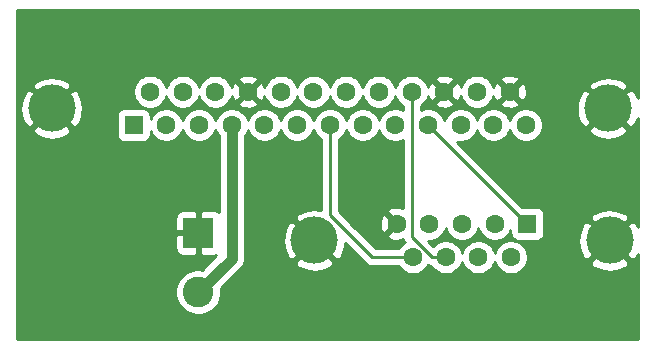
<source format=gbr>
G04 #@! TF.GenerationSoftware,KiCad,Pcbnew,5.1.5-52549c5~84~ubuntu18.04.1*
G04 #@! TF.CreationDate,2020-02-12T19:06:33-05:00*
G04 #@! TF.ProjectId,a3la_db25_to_db9,61336c61-5f64-4623-9235-5f746f5f6462,1*
G04 #@! TF.SameCoordinates,Original*
G04 #@! TF.FileFunction,Copper,L1,Top*
G04 #@! TF.FilePolarity,Positive*
%FSLAX46Y46*%
G04 Gerber Fmt 4.6, Leading zero omitted, Abs format (unit mm)*
G04 Created by KiCad (PCBNEW 5.1.5-52549c5~84~ubuntu18.04.1) date 2020-02-12 19:06:33*
%MOMM*%
%LPD*%
G04 APERTURE LIST*
%ADD10R,2.600000X2.600000*%
%ADD11C,2.600000*%
%ADD12R,1.600000X1.600000*%
%ADD13C,1.600000*%
%ADD14C,4.000000*%
%ADD15C,0.250000*%
%ADD16C,0.950000*%
%ADD17C,0.254000*%
G04 APERTURE END LIST*
D10*
X122428000Y-87630000D03*
D11*
X122428000Y-92630000D03*
D12*
X150293988Y-86846526D03*
D13*
X147523988Y-86846526D03*
X144753988Y-86846526D03*
X141983988Y-86846526D03*
X139213988Y-86846526D03*
X148908988Y-89686526D03*
X146138988Y-89686526D03*
X143368988Y-89686526D03*
X140598988Y-89686526D03*
D14*
X132253988Y-88266526D03*
X157253988Y-88266526D03*
D12*
X116945322Y-78496860D03*
D13*
X119715322Y-78496860D03*
X122485322Y-78496860D03*
X125255322Y-78496860D03*
X128025322Y-78496860D03*
X130795322Y-78496860D03*
X133565322Y-78496860D03*
X136335322Y-78496860D03*
X139105322Y-78496860D03*
X141875322Y-78496860D03*
X144645322Y-78496860D03*
X147415322Y-78496860D03*
X150185322Y-78496860D03*
X118330322Y-75656860D03*
X121100322Y-75656860D03*
X123870322Y-75656860D03*
X126640322Y-75656860D03*
X129410322Y-75656860D03*
X132180322Y-75656860D03*
X134950322Y-75656860D03*
X137720322Y-75656860D03*
X140490322Y-75656860D03*
X143260322Y-75656860D03*
X146030322Y-75656860D03*
X148800322Y-75656860D03*
D14*
X157115322Y-77076860D03*
X110015322Y-77076860D03*
D15*
X150224988Y-86846526D02*
X150293988Y-86846526D01*
X141875322Y-78496860D02*
X150224988Y-86846526D01*
X140490322Y-76788230D02*
X140490322Y-75656860D01*
X142237618Y-89686526D02*
X140490322Y-87939230D01*
X140490322Y-87939230D02*
X140490322Y-76788230D01*
X143368988Y-89686526D02*
X142237618Y-89686526D01*
X140598988Y-89686526D02*
X137134628Y-89686526D01*
X133565322Y-86117220D02*
X133565322Y-78496860D01*
X137134628Y-89686526D02*
X133565322Y-86117220D01*
D16*
X125255322Y-89802678D02*
X122428000Y-92630000D01*
X125255322Y-78496860D02*
X125255322Y-89802678D01*
D17*
G36*
X159614000Y-76238569D02*
G01*
X159552601Y-76042334D01*
X159329580Y-75625088D01*
X158962821Y-75408966D01*
X157294927Y-77076860D01*
X158962821Y-78744754D01*
X159329580Y-78528632D01*
X159570260Y-78068755D01*
X159614000Y-77919904D01*
X159614001Y-87087444D01*
X159468246Y-86814754D01*
X159101487Y-86598632D01*
X157433593Y-88266526D01*
X159101487Y-89934420D01*
X159468246Y-89718298D01*
X159614001Y-89439799D01*
X159614001Y-96622000D01*
X107086000Y-96622000D01*
X107086000Y-88930000D01*
X120489928Y-88930000D01*
X120502188Y-89054482D01*
X120538498Y-89174180D01*
X120597463Y-89284494D01*
X120676815Y-89381185D01*
X120773506Y-89460537D01*
X120883820Y-89519502D01*
X121003518Y-89555812D01*
X121128000Y-89568072D01*
X122142250Y-89565000D01*
X122301000Y-89406250D01*
X122301000Y-87757000D01*
X120651750Y-87757000D01*
X120493000Y-87915750D01*
X120489928Y-88930000D01*
X107086000Y-88930000D01*
X107086000Y-86330000D01*
X120489928Y-86330000D01*
X120493000Y-87344250D01*
X120651750Y-87503000D01*
X122301000Y-87503000D01*
X122301000Y-85853750D01*
X122142250Y-85695000D01*
X121128000Y-85691928D01*
X121003518Y-85704188D01*
X120883820Y-85740498D01*
X120773506Y-85799463D01*
X120676815Y-85878815D01*
X120597463Y-85975506D01*
X120538498Y-86085820D01*
X120502188Y-86205518D01*
X120489928Y-86330000D01*
X107086000Y-86330000D01*
X107086000Y-78924359D01*
X108347428Y-78924359D01*
X108563550Y-79291118D01*
X109023427Y-79531798D01*
X109521420Y-79678135D01*
X110038393Y-79724508D01*
X110554481Y-79669133D01*
X111049848Y-79514139D01*
X111467094Y-79291118D01*
X111683216Y-78924359D01*
X110015322Y-77256465D01*
X108347428Y-78924359D01*
X107086000Y-78924359D01*
X107086000Y-77099931D01*
X107367674Y-77099931D01*
X107423049Y-77616019D01*
X107578043Y-78111386D01*
X107801064Y-78528632D01*
X108167823Y-78744754D01*
X109835717Y-77076860D01*
X110194927Y-77076860D01*
X111862821Y-78744754D01*
X112229580Y-78528632D01*
X112470260Y-78068755D01*
X112579542Y-77696860D01*
X115507250Y-77696860D01*
X115507250Y-79296860D01*
X115519510Y-79421342D01*
X115555820Y-79541040D01*
X115614785Y-79651354D01*
X115694137Y-79748045D01*
X115790828Y-79827397D01*
X115901142Y-79886362D01*
X116020840Y-79922672D01*
X116145322Y-79934932D01*
X117745322Y-79934932D01*
X117869804Y-79922672D01*
X117989502Y-79886362D01*
X118099816Y-79827397D01*
X118196507Y-79748045D01*
X118275859Y-79651354D01*
X118334824Y-79541040D01*
X118371134Y-79421342D01*
X118383394Y-79296860D01*
X118383394Y-79031135D01*
X118443642Y-79176587D01*
X118600685Y-79411619D01*
X118800563Y-79611497D01*
X119035595Y-79768540D01*
X119296748Y-79876713D01*
X119573987Y-79931860D01*
X119856657Y-79931860D01*
X120133896Y-79876713D01*
X120395049Y-79768540D01*
X120630081Y-79611497D01*
X120829959Y-79411619D01*
X120987002Y-79176587D01*
X121095175Y-78915434D01*
X121100322Y-78889559D01*
X121105469Y-78915434D01*
X121213642Y-79176587D01*
X121370685Y-79411619D01*
X121570563Y-79611497D01*
X121805595Y-79768540D01*
X122066748Y-79876713D01*
X122343987Y-79931860D01*
X122626657Y-79931860D01*
X122903896Y-79876713D01*
X123165049Y-79768540D01*
X123400081Y-79611497D01*
X123599959Y-79411619D01*
X123757002Y-79176587D01*
X123865175Y-78915434D01*
X123870322Y-78889559D01*
X123875469Y-78915434D01*
X123983642Y-79176587D01*
X124140685Y-79411619D01*
X124145322Y-79416256D01*
X124145323Y-85851025D01*
X124082494Y-85799463D01*
X123972180Y-85740498D01*
X123852482Y-85704188D01*
X123728000Y-85691928D01*
X122713750Y-85695000D01*
X122555000Y-85853750D01*
X122555000Y-87503000D01*
X122575000Y-87503000D01*
X122575000Y-87757000D01*
X122555000Y-87757000D01*
X122555000Y-89406250D01*
X122713750Y-89565000D01*
X123728000Y-89568072D01*
X123852482Y-89555812D01*
X123967215Y-89521008D01*
X122764249Y-90723975D01*
X122618581Y-90695000D01*
X122237419Y-90695000D01*
X121863581Y-90769361D01*
X121511434Y-90915225D01*
X121194509Y-91126987D01*
X120924987Y-91396509D01*
X120713225Y-91713434D01*
X120567361Y-92065581D01*
X120493000Y-92439419D01*
X120493000Y-92820581D01*
X120567361Y-93194419D01*
X120713225Y-93546566D01*
X120924987Y-93863491D01*
X121194509Y-94133013D01*
X121511434Y-94344775D01*
X121863581Y-94490639D01*
X122237419Y-94565000D01*
X122618581Y-94565000D01*
X122992419Y-94490639D01*
X123344566Y-94344775D01*
X123661491Y-94133013D01*
X123931013Y-93863491D01*
X124142775Y-93546566D01*
X124288639Y-93194419D01*
X124363000Y-92820581D01*
X124363000Y-92439419D01*
X124334025Y-92293751D01*
X126001655Y-90626122D01*
X126044008Y-90591364D01*
X126182718Y-90422344D01*
X126285790Y-90229512D01*
X126320822Y-90114025D01*
X130586094Y-90114025D01*
X130802216Y-90480784D01*
X131262093Y-90721464D01*
X131760086Y-90867801D01*
X132277059Y-90914174D01*
X132793147Y-90858799D01*
X133288514Y-90703805D01*
X133705760Y-90480784D01*
X133921882Y-90114025D01*
X132253988Y-88446131D01*
X130586094Y-90114025D01*
X126320822Y-90114025D01*
X126349260Y-90020276D01*
X126365322Y-89857199D01*
X126365322Y-89857198D01*
X126370692Y-89802679D01*
X126365322Y-89748160D01*
X126365322Y-88289597D01*
X129606340Y-88289597D01*
X129661715Y-88805685D01*
X129816709Y-89301052D01*
X130039730Y-89718298D01*
X130406489Y-89934420D01*
X132074383Y-88266526D01*
X130406489Y-86598632D01*
X130039730Y-86814754D01*
X129799050Y-87274631D01*
X129652713Y-87772624D01*
X129606340Y-88289597D01*
X126365322Y-88289597D01*
X126365322Y-79416256D01*
X126369959Y-79411619D01*
X126527002Y-79176587D01*
X126635175Y-78915434D01*
X126640322Y-78889559D01*
X126645469Y-78915434D01*
X126753642Y-79176587D01*
X126910685Y-79411619D01*
X127110563Y-79611497D01*
X127345595Y-79768540D01*
X127606748Y-79876713D01*
X127883987Y-79931860D01*
X128166657Y-79931860D01*
X128443896Y-79876713D01*
X128705049Y-79768540D01*
X128940081Y-79611497D01*
X129139959Y-79411619D01*
X129297002Y-79176587D01*
X129405175Y-78915434D01*
X129410322Y-78889559D01*
X129415469Y-78915434D01*
X129523642Y-79176587D01*
X129680685Y-79411619D01*
X129880563Y-79611497D01*
X130115595Y-79768540D01*
X130376748Y-79876713D01*
X130653987Y-79931860D01*
X130936657Y-79931860D01*
X131213896Y-79876713D01*
X131475049Y-79768540D01*
X131710081Y-79611497D01*
X131909959Y-79411619D01*
X132067002Y-79176587D01*
X132175175Y-78915434D01*
X132180322Y-78889559D01*
X132185469Y-78915434D01*
X132293642Y-79176587D01*
X132450685Y-79411619D01*
X132650563Y-79611497D01*
X132805323Y-79714904D01*
X132805322Y-85682128D01*
X132747890Y-85665251D01*
X132230917Y-85618878D01*
X131714829Y-85674253D01*
X131219462Y-85829247D01*
X130802216Y-86052268D01*
X130586094Y-86419027D01*
X132253988Y-88086921D01*
X132268131Y-88072779D01*
X132447736Y-88252384D01*
X132433593Y-88266526D01*
X134101487Y-89934420D01*
X134468246Y-89718298D01*
X134708926Y-89258421D01*
X134855263Y-88760428D01*
X134878185Y-88504885D01*
X136570829Y-90197529D01*
X136594627Y-90226527D01*
X136623625Y-90250325D01*
X136710351Y-90321500D01*
X136842381Y-90392072D01*
X136985642Y-90435529D01*
X137097295Y-90446526D01*
X137097305Y-90446526D01*
X137134628Y-90450202D01*
X137171951Y-90446526D01*
X139380945Y-90446526D01*
X139484351Y-90601285D01*
X139684229Y-90801163D01*
X139919261Y-90958206D01*
X140180414Y-91066379D01*
X140457653Y-91121526D01*
X140740323Y-91121526D01*
X141017562Y-91066379D01*
X141278715Y-90958206D01*
X141513747Y-90801163D01*
X141713625Y-90601285D01*
X141870668Y-90366253D01*
X141875453Y-90354700D01*
X141945371Y-90392072D01*
X142088632Y-90435529D01*
X142147469Y-90441324D01*
X142254351Y-90601285D01*
X142454229Y-90801163D01*
X142689261Y-90958206D01*
X142950414Y-91066379D01*
X143227653Y-91121526D01*
X143510323Y-91121526D01*
X143787562Y-91066379D01*
X144048715Y-90958206D01*
X144283747Y-90801163D01*
X144483625Y-90601285D01*
X144640668Y-90366253D01*
X144748841Y-90105100D01*
X144753988Y-90079225D01*
X144759135Y-90105100D01*
X144867308Y-90366253D01*
X145024351Y-90601285D01*
X145224229Y-90801163D01*
X145459261Y-90958206D01*
X145720414Y-91066379D01*
X145997653Y-91121526D01*
X146280323Y-91121526D01*
X146557562Y-91066379D01*
X146818715Y-90958206D01*
X147053747Y-90801163D01*
X147253625Y-90601285D01*
X147410668Y-90366253D01*
X147518841Y-90105100D01*
X147523988Y-90079225D01*
X147529135Y-90105100D01*
X147637308Y-90366253D01*
X147794351Y-90601285D01*
X147994229Y-90801163D01*
X148229261Y-90958206D01*
X148490414Y-91066379D01*
X148767653Y-91121526D01*
X149050323Y-91121526D01*
X149327562Y-91066379D01*
X149588715Y-90958206D01*
X149823747Y-90801163D01*
X150023625Y-90601285D01*
X150180668Y-90366253D01*
X150285144Y-90114025D01*
X155586094Y-90114025D01*
X155802216Y-90480784D01*
X156262093Y-90721464D01*
X156760086Y-90867801D01*
X157277059Y-90914174D01*
X157793147Y-90858799D01*
X158288514Y-90703805D01*
X158705760Y-90480784D01*
X158921882Y-90114025D01*
X157253988Y-88446131D01*
X155586094Y-90114025D01*
X150285144Y-90114025D01*
X150288841Y-90105100D01*
X150343988Y-89827861D01*
X150343988Y-89545191D01*
X150288841Y-89267952D01*
X150180668Y-89006799D01*
X150023625Y-88771767D01*
X149823747Y-88571889D01*
X149588715Y-88414846D01*
X149327562Y-88306673D01*
X149241717Y-88289597D01*
X154606340Y-88289597D01*
X154661715Y-88805685D01*
X154816709Y-89301052D01*
X155039730Y-89718298D01*
X155406489Y-89934420D01*
X157074383Y-88266526D01*
X155406489Y-86598632D01*
X155039730Y-86814754D01*
X154799050Y-87274631D01*
X154652713Y-87772624D01*
X154606340Y-88289597D01*
X149241717Y-88289597D01*
X149050323Y-88251526D01*
X148767653Y-88251526D01*
X148490414Y-88306673D01*
X148229261Y-88414846D01*
X147994229Y-88571889D01*
X147794351Y-88771767D01*
X147637308Y-89006799D01*
X147529135Y-89267952D01*
X147523988Y-89293827D01*
X147518841Y-89267952D01*
X147410668Y-89006799D01*
X147253625Y-88771767D01*
X147053747Y-88571889D01*
X146818715Y-88414846D01*
X146557562Y-88306673D01*
X146280323Y-88251526D01*
X145997653Y-88251526D01*
X145720414Y-88306673D01*
X145459261Y-88414846D01*
X145224229Y-88571889D01*
X145024351Y-88771767D01*
X144867308Y-89006799D01*
X144759135Y-89267952D01*
X144753988Y-89293827D01*
X144748841Y-89267952D01*
X144640668Y-89006799D01*
X144483625Y-88771767D01*
X144283747Y-88571889D01*
X144048715Y-88414846D01*
X143787562Y-88306673D01*
X143510323Y-88251526D01*
X143227653Y-88251526D01*
X142950414Y-88306673D01*
X142689261Y-88414846D01*
X142454229Y-88571889D01*
X142326006Y-88700112D01*
X141907420Y-88281526D01*
X142125323Y-88281526D01*
X142402562Y-88226379D01*
X142663715Y-88118206D01*
X142898747Y-87961163D01*
X143098625Y-87761285D01*
X143255668Y-87526253D01*
X143363841Y-87265100D01*
X143368988Y-87239225D01*
X143374135Y-87265100D01*
X143482308Y-87526253D01*
X143639351Y-87761285D01*
X143839229Y-87961163D01*
X144074261Y-88118206D01*
X144335414Y-88226379D01*
X144612653Y-88281526D01*
X144895323Y-88281526D01*
X145172562Y-88226379D01*
X145433715Y-88118206D01*
X145668747Y-87961163D01*
X145868625Y-87761285D01*
X146025668Y-87526253D01*
X146133841Y-87265100D01*
X146138988Y-87239225D01*
X146144135Y-87265100D01*
X146252308Y-87526253D01*
X146409351Y-87761285D01*
X146609229Y-87961163D01*
X146844261Y-88118206D01*
X147105414Y-88226379D01*
X147382653Y-88281526D01*
X147665323Y-88281526D01*
X147942562Y-88226379D01*
X148203715Y-88118206D01*
X148438747Y-87961163D01*
X148638625Y-87761285D01*
X148795668Y-87526253D01*
X148855916Y-87380801D01*
X148855916Y-87646526D01*
X148868176Y-87771008D01*
X148904486Y-87890706D01*
X148963451Y-88001020D01*
X149042803Y-88097711D01*
X149139494Y-88177063D01*
X149249808Y-88236028D01*
X149369506Y-88272338D01*
X149493988Y-88284598D01*
X151093988Y-88284598D01*
X151218470Y-88272338D01*
X151338168Y-88236028D01*
X151448482Y-88177063D01*
X151545173Y-88097711D01*
X151624525Y-88001020D01*
X151683490Y-87890706D01*
X151719800Y-87771008D01*
X151732060Y-87646526D01*
X151732060Y-86419027D01*
X155586094Y-86419027D01*
X157253988Y-88086921D01*
X158921882Y-86419027D01*
X158705760Y-86052268D01*
X158245883Y-85811588D01*
X157747890Y-85665251D01*
X157230917Y-85618878D01*
X156714829Y-85674253D01*
X156219462Y-85829247D01*
X155802216Y-86052268D01*
X155586094Y-86419027D01*
X151732060Y-86419027D01*
X151732060Y-86046526D01*
X151719800Y-85922044D01*
X151683490Y-85802346D01*
X151624525Y-85692032D01*
X151545173Y-85595341D01*
X151448482Y-85515989D01*
X151338168Y-85457024D01*
X151218470Y-85420714D01*
X151093988Y-85408454D01*
X149861718Y-85408454D01*
X144355609Y-79902345D01*
X144503987Y-79931860D01*
X144786657Y-79931860D01*
X145063896Y-79876713D01*
X145325049Y-79768540D01*
X145560081Y-79611497D01*
X145759959Y-79411619D01*
X145917002Y-79176587D01*
X146025175Y-78915434D01*
X146030322Y-78889559D01*
X146035469Y-78915434D01*
X146143642Y-79176587D01*
X146300685Y-79411619D01*
X146500563Y-79611497D01*
X146735595Y-79768540D01*
X146996748Y-79876713D01*
X147273987Y-79931860D01*
X147556657Y-79931860D01*
X147833896Y-79876713D01*
X148095049Y-79768540D01*
X148330081Y-79611497D01*
X148529959Y-79411619D01*
X148687002Y-79176587D01*
X148795175Y-78915434D01*
X148800322Y-78889559D01*
X148805469Y-78915434D01*
X148913642Y-79176587D01*
X149070685Y-79411619D01*
X149270563Y-79611497D01*
X149505595Y-79768540D01*
X149766748Y-79876713D01*
X150043987Y-79931860D01*
X150326657Y-79931860D01*
X150603896Y-79876713D01*
X150865049Y-79768540D01*
X151100081Y-79611497D01*
X151299959Y-79411619D01*
X151457002Y-79176587D01*
X151561478Y-78924359D01*
X155447428Y-78924359D01*
X155663550Y-79291118D01*
X156123427Y-79531798D01*
X156621420Y-79678135D01*
X157138393Y-79724508D01*
X157654481Y-79669133D01*
X158149848Y-79514139D01*
X158567094Y-79291118D01*
X158783216Y-78924359D01*
X157115322Y-77256465D01*
X155447428Y-78924359D01*
X151561478Y-78924359D01*
X151565175Y-78915434D01*
X151620322Y-78638195D01*
X151620322Y-78355525D01*
X151565175Y-78078286D01*
X151457002Y-77817133D01*
X151299959Y-77582101D01*
X151100081Y-77382223D01*
X150865049Y-77225180D01*
X150603896Y-77117007D01*
X150518051Y-77099931D01*
X154467674Y-77099931D01*
X154523049Y-77616019D01*
X154678043Y-78111386D01*
X154901064Y-78528632D01*
X155267823Y-78744754D01*
X156935717Y-77076860D01*
X155267823Y-75408966D01*
X154901064Y-75625088D01*
X154660384Y-76084965D01*
X154514047Y-76582958D01*
X154467674Y-77099931D01*
X150518051Y-77099931D01*
X150326657Y-77061860D01*
X150043987Y-77061860D01*
X149766748Y-77117007D01*
X149505595Y-77225180D01*
X149270563Y-77382223D01*
X149070685Y-77582101D01*
X148913642Y-77817133D01*
X148805469Y-78078286D01*
X148800322Y-78104161D01*
X148795175Y-78078286D01*
X148687002Y-77817133D01*
X148529959Y-77582101D01*
X148330081Y-77382223D01*
X148095049Y-77225180D01*
X147833896Y-77117007D01*
X147556657Y-77061860D01*
X147273987Y-77061860D01*
X146996748Y-77117007D01*
X146735595Y-77225180D01*
X146500563Y-77382223D01*
X146300685Y-77582101D01*
X146143642Y-77817133D01*
X146035469Y-78078286D01*
X146030322Y-78104161D01*
X146025175Y-78078286D01*
X145917002Y-77817133D01*
X145759959Y-77582101D01*
X145560081Y-77382223D01*
X145325049Y-77225180D01*
X145063896Y-77117007D01*
X144786657Y-77061860D01*
X144503987Y-77061860D01*
X144226748Y-77117007D01*
X143965595Y-77225180D01*
X143730563Y-77382223D01*
X143530685Y-77582101D01*
X143373642Y-77817133D01*
X143265469Y-78078286D01*
X143260322Y-78104161D01*
X143255175Y-78078286D01*
X143147002Y-77817133D01*
X142989959Y-77582101D01*
X142790081Y-77382223D01*
X142555049Y-77225180D01*
X142293896Y-77117007D01*
X142016657Y-77061860D01*
X141733987Y-77061860D01*
X141456748Y-77117007D01*
X141250322Y-77202511D01*
X141250322Y-76874903D01*
X141405081Y-76771497D01*
X141527016Y-76649562D01*
X142447225Y-76649562D01*
X142518808Y-76893531D01*
X142774318Y-77014431D01*
X143048506Y-77083160D01*
X143330834Y-77097077D01*
X143610452Y-77055647D01*
X143876614Y-76960463D01*
X144001836Y-76893531D01*
X144073419Y-76649562D01*
X143260322Y-75836465D01*
X142447225Y-76649562D01*
X141527016Y-76649562D01*
X141604959Y-76571619D01*
X141762002Y-76336587D01*
X141870175Y-76075434D01*
X141875835Y-76046978D01*
X141956719Y-76273152D01*
X142023651Y-76398374D01*
X142267620Y-76469957D01*
X143080717Y-75656860D01*
X143439927Y-75656860D01*
X144253024Y-76469957D01*
X144496993Y-76398374D01*
X144617893Y-76142864D01*
X144643534Y-76040571D01*
X144650469Y-76075434D01*
X144758642Y-76336587D01*
X144915685Y-76571619D01*
X145115563Y-76771497D01*
X145350595Y-76928540D01*
X145611748Y-77036713D01*
X145888987Y-77091860D01*
X146171657Y-77091860D01*
X146448896Y-77036713D01*
X146710049Y-76928540D01*
X146945081Y-76771497D01*
X147067016Y-76649562D01*
X147987225Y-76649562D01*
X148058808Y-76893531D01*
X148314318Y-77014431D01*
X148588506Y-77083160D01*
X148870834Y-77097077D01*
X149150452Y-77055647D01*
X149416614Y-76960463D01*
X149541836Y-76893531D01*
X149613419Y-76649562D01*
X148800322Y-75836465D01*
X147987225Y-76649562D01*
X147067016Y-76649562D01*
X147144959Y-76571619D01*
X147302002Y-76336587D01*
X147410175Y-76075434D01*
X147415835Y-76046978D01*
X147496719Y-76273152D01*
X147563651Y-76398374D01*
X147807620Y-76469957D01*
X148620717Y-75656860D01*
X148979927Y-75656860D01*
X149793024Y-76469957D01*
X150036993Y-76398374D01*
X150157893Y-76142864D01*
X150226622Y-75868676D01*
X150240539Y-75586348D01*
X150199109Y-75306730D01*
X150171441Y-75229361D01*
X155447428Y-75229361D01*
X157115322Y-76897255D01*
X158783216Y-75229361D01*
X158567094Y-74862602D01*
X158107217Y-74621922D01*
X157609224Y-74475585D01*
X157092251Y-74429212D01*
X156576163Y-74484587D01*
X156080796Y-74639581D01*
X155663550Y-74862602D01*
X155447428Y-75229361D01*
X150171441Y-75229361D01*
X150103925Y-75040568D01*
X150036993Y-74915346D01*
X149793024Y-74843763D01*
X148979927Y-75656860D01*
X148620717Y-75656860D01*
X147807620Y-74843763D01*
X147563651Y-74915346D01*
X147442751Y-75170856D01*
X147417110Y-75273149D01*
X147410175Y-75238286D01*
X147302002Y-74977133D01*
X147144959Y-74742101D01*
X147067016Y-74664158D01*
X147987225Y-74664158D01*
X148800322Y-75477255D01*
X149613419Y-74664158D01*
X149541836Y-74420189D01*
X149286326Y-74299289D01*
X149012138Y-74230560D01*
X148729810Y-74216643D01*
X148450192Y-74258073D01*
X148184030Y-74353257D01*
X148058808Y-74420189D01*
X147987225Y-74664158D01*
X147067016Y-74664158D01*
X146945081Y-74542223D01*
X146710049Y-74385180D01*
X146448896Y-74277007D01*
X146171657Y-74221860D01*
X145888987Y-74221860D01*
X145611748Y-74277007D01*
X145350595Y-74385180D01*
X145115563Y-74542223D01*
X144915685Y-74742101D01*
X144758642Y-74977133D01*
X144650469Y-75238286D01*
X144644809Y-75266742D01*
X144563925Y-75040568D01*
X144496993Y-74915346D01*
X144253024Y-74843763D01*
X143439927Y-75656860D01*
X143080717Y-75656860D01*
X142267620Y-74843763D01*
X142023651Y-74915346D01*
X141902751Y-75170856D01*
X141877110Y-75273149D01*
X141870175Y-75238286D01*
X141762002Y-74977133D01*
X141604959Y-74742101D01*
X141527016Y-74664158D01*
X142447225Y-74664158D01*
X143260322Y-75477255D01*
X144073419Y-74664158D01*
X144001836Y-74420189D01*
X143746326Y-74299289D01*
X143472138Y-74230560D01*
X143189810Y-74216643D01*
X142910192Y-74258073D01*
X142644030Y-74353257D01*
X142518808Y-74420189D01*
X142447225Y-74664158D01*
X141527016Y-74664158D01*
X141405081Y-74542223D01*
X141170049Y-74385180D01*
X140908896Y-74277007D01*
X140631657Y-74221860D01*
X140348987Y-74221860D01*
X140071748Y-74277007D01*
X139810595Y-74385180D01*
X139575563Y-74542223D01*
X139375685Y-74742101D01*
X139218642Y-74977133D01*
X139110469Y-75238286D01*
X139105322Y-75264161D01*
X139100175Y-75238286D01*
X138992002Y-74977133D01*
X138834959Y-74742101D01*
X138635081Y-74542223D01*
X138400049Y-74385180D01*
X138138896Y-74277007D01*
X137861657Y-74221860D01*
X137578987Y-74221860D01*
X137301748Y-74277007D01*
X137040595Y-74385180D01*
X136805563Y-74542223D01*
X136605685Y-74742101D01*
X136448642Y-74977133D01*
X136340469Y-75238286D01*
X136335322Y-75264161D01*
X136330175Y-75238286D01*
X136222002Y-74977133D01*
X136064959Y-74742101D01*
X135865081Y-74542223D01*
X135630049Y-74385180D01*
X135368896Y-74277007D01*
X135091657Y-74221860D01*
X134808987Y-74221860D01*
X134531748Y-74277007D01*
X134270595Y-74385180D01*
X134035563Y-74542223D01*
X133835685Y-74742101D01*
X133678642Y-74977133D01*
X133570469Y-75238286D01*
X133565322Y-75264161D01*
X133560175Y-75238286D01*
X133452002Y-74977133D01*
X133294959Y-74742101D01*
X133095081Y-74542223D01*
X132860049Y-74385180D01*
X132598896Y-74277007D01*
X132321657Y-74221860D01*
X132038987Y-74221860D01*
X131761748Y-74277007D01*
X131500595Y-74385180D01*
X131265563Y-74542223D01*
X131065685Y-74742101D01*
X130908642Y-74977133D01*
X130800469Y-75238286D01*
X130795322Y-75264161D01*
X130790175Y-75238286D01*
X130682002Y-74977133D01*
X130524959Y-74742101D01*
X130325081Y-74542223D01*
X130090049Y-74385180D01*
X129828896Y-74277007D01*
X129551657Y-74221860D01*
X129268987Y-74221860D01*
X128991748Y-74277007D01*
X128730595Y-74385180D01*
X128495563Y-74542223D01*
X128295685Y-74742101D01*
X128138642Y-74977133D01*
X128030469Y-75238286D01*
X128024809Y-75266742D01*
X127943925Y-75040568D01*
X127876993Y-74915346D01*
X127633024Y-74843763D01*
X126819927Y-75656860D01*
X127633024Y-76469957D01*
X127876993Y-76398374D01*
X127997893Y-76142864D01*
X128023534Y-76040571D01*
X128030469Y-76075434D01*
X128138642Y-76336587D01*
X128295685Y-76571619D01*
X128495563Y-76771497D01*
X128730595Y-76928540D01*
X128991748Y-77036713D01*
X129268987Y-77091860D01*
X129551657Y-77091860D01*
X129828896Y-77036713D01*
X130090049Y-76928540D01*
X130325081Y-76771497D01*
X130524959Y-76571619D01*
X130682002Y-76336587D01*
X130790175Y-76075434D01*
X130795322Y-76049559D01*
X130800469Y-76075434D01*
X130908642Y-76336587D01*
X131065685Y-76571619D01*
X131265563Y-76771497D01*
X131500595Y-76928540D01*
X131761748Y-77036713D01*
X132038987Y-77091860D01*
X132321657Y-77091860D01*
X132598896Y-77036713D01*
X132860049Y-76928540D01*
X133095081Y-76771497D01*
X133294959Y-76571619D01*
X133452002Y-76336587D01*
X133560175Y-76075434D01*
X133565322Y-76049559D01*
X133570469Y-76075434D01*
X133678642Y-76336587D01*
X133835685Y-76571619D01*
X134035563Y-76771497D01*
X134270595Y-76928540D01*
X134531748Y-77036713D01*
X134808987Y-77091860D01*
X135091657Y-77091860D01*
X135368896Y-77036713D01*
X135630049Y-76928540D01*
X135865081Y-76771497D01*
X136064959Y-76571619D01*
X136222002Y-76336587D01*
X136330175Y-76075434D01*
X136335322Y-76049559D01*
X136340469Y-76075434D01*
X136448642Y-76336587D01*
X136605685Y-76571619D01*
X136805563Y-76771497D01*
X137040595Y-76928540D01*
X137301748Y-77036713D01*
X137578987Y-77091860D01*
X137861657Y-77091860D01*
X138138896Y-77036713D01*
X138400049Y-76928540D01*
X138635081Y-76771497D01*
X138834959Y-76571619D01*
X138992002Y-76336587D01*
X139100175Y-76075434D01*
X139105322Y-76049559D01*
X139110469Y-76075434D01*
X139218642Y-76336587D01*
X139375685Y-76571619D01*
X139575563Y-76771497D01*
X139730323Y-76874904D01*
X139730323Y-77202512D01*
X139523896Y-77117007D01*
X139246657Y-77061860D01*
X138963987Y-77061860D01*
X138686748Y-77117007D01*
X138425595Y-77225180D01*
X138190563Y-77382223D01*
X137990685Y-77582101D01*
X137833642Y-77817133D01*
X137725469Y-78078286D01*
X137720322Y-78104161D01*
X137715175Y-78078286D01*
X137607002Y-77817133D01*
X137449959Y-77582101D01*
X137250081Y-77382223D01*
X137015049Y-77225180D01*
X136753896Y-77117007D01*
X136476657Y-77061860D01*
X136193987Y-77061860D01*
X135916748Y-77117007D01*
X135655595Y-77225180D01*
X135420563Y-77382223D01*
X135220685Y-77582101D01*
X135063642Y-77817133D01*
X134955469Y-78078286D01*
X134950322Y-78104161D01*
X134945175Y-78078286D01*
X134837002Y-77817133D01*
X134679959Y-77582101D01*
X134480081Y-77382223D01*
X134245049Y-77225180D01*
X133983896Y-77117007D01*
X133706657Y-77061860D01*
X133423987Y-77061860D01*
X133146748Y-77117007D01*
X132885595Y-77225180D01*
X132650563Y-77382223D01*
X132450685Y-77582101D01*
X132293642Y-77817133D01*
X132185469Y-78078286D01*
X132180322Y-78104161D01*
X132175175Y-78078286D01*
X132067002Y-77817133D01*
X131909959Y-77582101D01*
X131710081Y-77382223D01*
X131475049Y-77225180D01*
X131213896Y-77117007D01*
X130936657Y-77061860D01*
X130653987Y-77061860D01*
X130376748Y-77117007D01*
X130115595Y-77225180D01*
X129880563Y-77382223D01*
X129680685Y-77582101D01*
X129523642Y-77817133D01*
X129415469Y-78078286D01*
X129410322Y-78104161D01*
X129405175Y-78078286D01*
X129297002Y-77817133D01*
X129139959Y-77582101D01*
X128940081Y-77382223D01*
X128705049Y-77225180D01*
X128443896Y-77117007D01*
X128166657Y-77061860D01*
X127883987Y-77061860D01*
X127606748Y-77117007D01*
X127345595Y-77225180D01*
X127110563Y-77382223D01*
X126910685Y-77582101D01*
X126753642Y-77817133D01*
X126645469Y-78078286D01*
X126640322Y-78104161D01*
X126635175Y-78078286D01*
X126527002Y-77817133D01*
X126369959Y-77582101D01*
X126170081Y-77382223D01*
X125935049Y-77225180D01*
X125673896Y-77117007D01*
X125396657Y-77061860D01*
X125113987Y-77061860D01*
X124836748Y-77117007D01*
X124575595Y-77225180D01*
X124340563Y-77382223D01*
X124140685Y-77582101D01*
X123983642Y-77817133D01*
X123875469Y-78078286D01*
X123870322Y-78104161D01*
X123865175Y-78078286D01*
X123757002Y-77817133D01*
X123599959Y-77582101D01*
X123400081Y-77382223D01*
X123165049Y-77225180D01*
X122903896Y-77117007D01*
X122626657Y-77061860D01*
X122343987Y-77061860D01*
X122066748Y-77117007D01*
X121805595Y-77225180D01*
X121570563Y-77382223D01*
X121370685Y-77582101D01*
X121213642Y-77817133D01*
X121105469Y-78078286D01*
X121100322Y-78104161D01*
X121095175Y-78078286D01*
X120987002Y-77817133D01*
X120829959Y-77582101D01*
X120630081Y-77382223D01*
X120395049Y-77225180D01*
X120133896Y-77117007D01*
X119856657Y-77061860D01*
X119573987Y-77061860D01*
X119296748Y-77117007D01*
X119035595Y-77225180D01*
X118800563Y-77382223D01*
X118600685Y-77582101D01*
X118443642Y-77817133D01*
X118383394Y-77962585D01*
X118383394Y-77696860D01*
X118371134Y-77572378D01*
X118334824Y-77452680D01*
X118275859Y-77342366D01*
X118196507Y-77245675D01*
X118099816Y-77166323D01*
X117989502Y-77107358D01*
X117869804Y-77071048D01*
X117745322Y-77058788D01*
X116145322Y-77058788D01*
X116020840Y-77071048D01*
X115901142Y-77107358D01*
X115790828Y-77166323D01*
X115694137Y-77245675D01*
X115614785Y-77342366D01*
X115555820Y-77452680D01*
X115519510Y-77572378D01*
X115507250Y-77696860D01*
X112579542Y-77696860D01*
X112616597Y-77570762D01*
X112662970Y-77053789D01*
X112607595Y-76537701D01*
X112452601Y-76042334D01*
X112229580Y-75625088D01*
X112043652Y-75515525D01*
X116895322Y-75515525D01*
X116895322Y-75798195D01*
X116950469Y-76075434D01*
X117058642Y-76336587D01*
X117215685Y-76571619D01*
X117415563Y-76771497D01*
X117650595Y-76928540D01*
X117911748Y-77036713D01*
X118188987Y-77091860D01*
X118471657Y-77091860D01*
X118748896Y-77036713D01*
X119010049Y-76928540D01*
X119245081Y-76771497D01*
X119444959Y-76571619D01*
X119602002Y-76336587D01*
X119710175Y-76075434D01*
X119715322Y-76049559D01*
X119720469Y-76075434D01*
X119828642Y-76336587D01*
X119985685Y-76571619D01*
X120185563Y-76771497D01*
X120420595Y-76928540D01*
X120681748Y-77036713D01*
X120958987Y-77091860D01*
X121241657Y-77091860D01*
X121518896Y-77036713D01*
X121780049Y-76928540D01*
X122015081Y-76771497D01*
X122214959Y-76571619D01*
X122372002Y-76336587D01*
X122480175Y-76075434D01*
X122485322Y-76049559D01*
X122490469Y-76075434D01*
X122598642Y-76336587D01*
X122755685Y-76571619D01*
X122955563Y-76771497D01*
X123190595Y-76928540D01*
X123451748Y-77036713D01*
X123728987Y-77091860D01*
X124011657Y-77091860D01*
X124288896Y-77036713D01*
X124550049Y-76928540D01*
X124785081Y-76771497D01*
X124907016Y-76649562D01*
X125827225Y-76649562D01*
X125898808Y-76893531D01*
X126154318Y-77014431D01*
X126428506Y-77083160D01*
X126710834Y-77097077D01*
X126990452Y-77055647D01*
X127256614Y-76960463D01*
X127381836Y-76893531D01*
X127453419Y-76649562D01*
X126640322Y-75836465D01*
X125827225Y-76649562D01*
X124907016Y-76649562D01*
X124984959Y-76571619D01*
X125142002Y-76336587D01*
X125250175Y-76075434D01*
X125255835Y-76046978D01*
X125336719Y-76273152D01*
X125403651Y-76398374D01*
X125647620Y-76469957D01*
X126460717Y-75656860D01*
X125647620Y-74843763D01*
X125403651Y-74915346D01*
X125282751Y-75170856D01*
X125257110Y-75273149D01*
X125250175Y-75238286D01*
X125142002Y-74977133D01*
X124984959Y-74742101D01*
X124907016Y-74664158D01*
X125827225Y-74664158D01*
X126640322Y-75477255D01*
X127453419Y-74664158D01*
X127381836Y-74420189D01*
X127126326Y-74299289D01*
X126852138Y-74230560D01*
X126569810Y-74216643D01*
X126290192Y-74258073D01*
X126024030Y-74353257D01*
X125898808Y-74420189D01*
X125827225Y-74664158D01*
X124907016Y-74664158D01*
X124785081Y-74542223D01*
X124550049Y-74385180D01*
X124288896Y-74277007D01*
X124011657Y-74221860D01*
X123728987Y-74221860D01*
X123451748Y-74277007D01*
X123190595Y-74385180D01*
X122955563Y-74542223D01*
X122755685Y-74742101D01*
X122598642Y-74977133D01*
X122490469Y-75238286D01*
X122485322Y-75264161D01*
X122480175Y-75238286D01*
X122372002Y-74977133D01*
X122214959Y-74742101D01*
X122015081Y-74542223D01*
X121780049Y-74385180D01*
X121518896Y-74277007D01*
X121241657Y-74221860D01*
X120958987Y-74221860D01*
X120681748Y-74277007D01*
X120420595Y-74385180D01*
X120185563Y-74542223D01*
X119985685Y-74742101D01*
X119828642Y-74977133D01*
X119720469Y-75238286D01*
X119715322Y-75264161D01*
X119710175Y-75238286D01*
X119602002Y-74977133D01*
X119444959Y-74742101D01*
X119245081Y-74542223D01*
X119010049Y-74385180D01*
X118748896Y-74277007D01*
X118471657Y-74221860D01*
X118188987Y-74221860D01*
X117911748Y-74277007D01*
X117650595Y-74385180D01*
X117415563Y-74542223D01*
X117215685Y-74742101D01*
X117058642Y-74977133D01*
X116950469Y-75238286D01*
X116895322Y-75515525D01*
X112043652Y-75515525D01*
X111862821Y-75408966D01*
X110194927Y-77076860D01*
X109835717Y-77076860D01*
X108167823Y-75408966D01*
X107801064Y-75625088D01*
X107560384Y-76084965D01*
X107414047Y-76582958D01*
X107367674Y-77099931D01*
X107086000Y-77099931D01*
X107086000Y-75229361D01*
X108347428Y-75229361D01*
X110015322Y-76897255D01*
X111683216Y-75229361D01*
X111467094Y-74862602D01*
X111007217Y-74621922D01*
X110509224Y-74475585D01*
X109992251Y-74429212D01*
X109476163Y-74484587D01*
X108980796Y-74639581D01*
X108563550Y-74862602D01*
X108347428Y-75229361D01*
X107086000Y-75229361D01*
X107086000Y-68732000D01*
X159614000Y-68732000D01*
X159614000Y-76238569D01*
G37*
X159614000Y-76238569D02*
X159552601Y-76042334D01*
X159329580Y-75625088D01*
X158962821Y-75408966D01*
X157294927Y-77076860D01*
X158962821Y-78744754D01*
X159329580Y-78528632D01*
X159570260Y-78068755D01*
X159614000Y-77919904D01*
X159614001Y-87087444D01*
X159468246Y-86814754D01*
X159101487Y-86598632D01*
X157433593Y-88266526D01*
X159101487Y-89934420D01*
X159468246Y-89718298D01*
X159614001Y-89439799D01*
X159614001Y-96622000D01*
X107086000Y-96622000D01*
X107086000Y-88930000D01*
X120489928Y-88930000D01*
X120502188Y-89054482D01*
X120538498Y-89174180D01*
X120597463Y-89284494D01*
X120676815Y-89381185D01*
X120773506Y-89460537D01*
X120883820Y-89519502D01*
X121003518Y-89555812D01*
X121128000Y-89568072D01*
X122142250Y-89565000D01*
X122301000Y-89406250D01*
X122301000Y-87757000D01*
X120651750Y-87757000D01*
X120493000Y-87915750D01*
X120489928Y-88930000D01*
X107086000Y-88930000D01*
X107086000Y-86330000D01*
X120489928Y-86330000D01*
X120493000Y-87344250D01*
X120651750Y-87503000D01*
X122301000Y-87503000D01*
X122301000Y-85853750D01*
X122142250Y-85695000D01*
X121128000Y-85691928D01*
X121003518Y-85704188D01*
X120883820Y-85740498D01*
X120773506Y-85799463D01*
X120676815Y-85878815D01*
X120597463Y-85975506D01*
X120538498Y-86085820D01*
X120502188Y-86205518D01*
X120489928Y-86330000D01*
X107086000Y-86330000D01*
X107086000Y-78924359D01*
X108347428Y-78924359D01*
X108563550Y-79291118D01*
X109023427Y-79531798D01*
X109521420Y-79678135D01*
X110038393Y-79724508D01*
X110554481Y-79669133D01*
X111049848Y-79514139D01*
X111467094Y-79291118D01*
X111683216Y-78924359D01*
X110015322Y-77256465D01*
X108347428Y-78924359D01*
X107086000Y-78924359D01*
X107086000Y-77099931D01*
X107367674Y-77099931D01*
X107423049Y-77616019D01*
X107578043Y-78111386D01*
X107801064Y-78528632D01*
X108167823Y-78744754D01*
X109835717Y-77076860D01*
X110194927Y-77076860D01*
X111862821Y-78744754D01*
X112229580Y-78528632D01*
X112470260Y-78068755D01*
X112579542Y-77696860D01*
X115507250Y-77696860D01*
X115507250Y-79296860D01*
X115519510Y-79421342D01*
X115555820Y-79541040D01*
X115614785Y-79651354D01*
X115694137Y-79748045D01*
X115790828Y-79827397D01*
X115901142Y-79886362D01*
X116020840Y-79922672D01*
X116145322Y-79934932D01*
X117745322Y-79934932D01*
X117869804Y-79922672D01*
X117989502Y-79886362D01*
X118099816Y-79827397D01*
X118196507Y-79748045D01*
X118275859Y-79651354D01*
X118334824Y-79541040D01*
X118371134Y-79421342D01*
X118383394Y-79296860D01*
X118383394Y-79031135D01*
X118443642Y-79176587D01*
X118600685Y-79411619D01*
X118800563Y-79611497D01*
X119035595Y-79768540D01*
X119296748Y-79876713D01*
X119573987Y-79931860D01*
X119856657Y-79931860D01*
X120133896Y-79876713D01*
X120395049Y-79768540D01*
X120630081Y-79611497D01*
X120829959Y-79411619D01*
X120987002Y-79176587D01*
X121095175Y-78915434D01*
X121100322Y-78889559D01*
X121105469Y-78915434D01*
X121213642Y-79176587D01*
X121370685Y-79411619D01*
X121570563Y-79611497D01*
X121805595Y-79768540D01*
X122066748Y-79876713D01*
X122343987Y-79931860D01*
X122626657Y-79931860D01*
X122903896Y-79876713D01*
X123165049Y-79768540D01*
X123400081Y-79611497D01*
X123599959Y-79411619D01*
X123757002Y-79176587D01*
X123865175Y-78915434D01*
X123870322Y-78889559D01*
X123875469Y-78915434D01*
X123983642Y-79176587D01*
X124140685Y-79411619D01*
X124145322Y-79416256D01*
X124145323Y-85851025D01*
X124082494Y-85799463D01*
X123972180Y-85740498D01*
X123852482Y-85704188D01*
X123728000Y-85691928D01*
X122713750Y-85695000D01*
X122555000Y-85853750D01*
X122555000Y-87503000D01*
X122575000Y-87503000D01*
X122575000Y-87757000D01*
X122555000Y-87757000D01*
X122555000Y-89406250D01*
X122713750Y-89565000D01*
X123728000Y-89568072D01*
X123852482Y-89555812D01*
X123967215Y-89521008D01*
X122764249Y-90723975D01*
X122618581Y-90695000D01*
X122237419Y-90695000D01*
X121863581Y-90769361D01*
X121511434Y-90915225D01*
X121194509Y-91126987D01*
X120924987Y-91396509D01*
X120713225Y-91713434D01*
X120567361Y-92065581D01*
X120493000Y-92439419D01*
X120493000Y-92820581D01*
X120567361Y-93194419D01*
X120713225Y-93546566D01*
X120924987Y-93863491D01*
X121194509Y-94133013D01*
X121511434Y-94344775D01*
X121863581Y-94490639D01*
X122237419Y-94565000D01*
X122618581Y-94565000D01*
X122992419Y-94490639D01*
X123344566Y-94344775D01*
X123661491Y-94133013D01*
X123931013Y-93863491D01*
X124142775Y-93546566D01*
X124288639Y-93194419D01*
X124363000Y-92820581D01*
X124363000Y-92439419D01*
X124334025Y-92293751D01*
X126001655Y-90626122D01*
X126044008Y-90591364D01*
X126182718Y-90422344D01*
X126285790Y-90229512D01*
X126320822Y-90114025D01*
X130586094Y-90114025D01*
X130802216Y-90480784D01*
X131262093Y-90721464D01*
X131760086Y-90867801D01*
X132277059Y-90914174D01*
X132793147Y-90858799D01*
X133288514Y-90703805D01*
X133705760Y-90480784D01*
X133921882Y-90114025D01*
X132253988Y-88446131D01*
X130586094Y-90114025D01*
X126320822Y-90114025D01*
X126349260Y-90020276D01*
X126365322Y-89857199D01*
X126365322Y-89857198D01*
X126370692Y-89802679D01*
X126365322Y-89748160D01*
X126365322Y-88289597D01*
X129606340Y-88289597D01*
X129661715Y-88805685D01*
X129816709Y-89301052D01*
X130039730Y-89718298D01*
X130406489Y-89934420D01*
X132074383Y-88266526D01*
X130406489Y-86598632D01*
X130039730Y-86814754D01*
X129799050Y-87274631D01*
X129652713Y-87772624D01*
X129606340Y-88289597D01*
X126365322Y-88289597D01*
X126365322Y-79416256D01*
X126369959Y-79411619D01*
X126527002Y-79176587D01*
X126635175Y-78915434D01*
X126640322Y-78889559D01*
X126645469Y-78915434D01*
X126753642Y-79176587D01*
X126910685Y-79411619D01*
X127110563Y-79611497D01*
X127345595Y-79768540D01*
X127606748Y-79876713D01*
X127883987Y-79931860D01*
X128166657Y-79931860D01*
X128443896Y-79876713D01*
X128705049Y-79768540D01*
X128940081Y-79611497D01*
X129139959Y-79411619D01*
X129297002Y-79176587D01*
X129405175Y-78915434D01*
X129410322Y-78889559D01*
X129415469Y-78915434D01*
X129523642Y-79176587D01*
X129680685Y-79411619D01*
X129880563Y-79611497D01*
X130115595Y-79768540D01*
X130376748Y-79876713D01*
X130653987Y-79931860D01*
X130936657Y-79931860D01*
X131213896Y-79876713D01*
X131475049Y-79768540D01*
X131710081Y-79611497D01*
X131909959Y-79411619D01*
X132067002Y-79176587D01*
X132175175Y-78915434D01*
X132180322Y-78889559D01*
X132185469Y-78915434D01*
X132293642Y-79176587D01*
X132450685Y-79411619D01*
X132650563Y-79611497D01*
X132805323Y-79714904D01*
X132805322Y-85682128D01*
X132747890Y-85665251D01*
X132230917Y-85618878D01*
X131714829Y-85674253D01*
X131219462Y-85829247D01*
X130802216Y-86052268D01*
X130586094Y-86419027D01*
X132253988Y-88086921D01*
X132268131Y-88072779D01*
X132447736Y-88252384D01*
X132433593Y-88266526D01*
X134101487Y-89934420D01*
X134468246Y-89718298D01*
X134708926Y-89258421D01*
X134855263Y-88760428D01*
X134878185Y-88504885D01*
X136570829Y-90197529D01*
X136594627Y-90226527D01*
X136623625Y-90250325D01*
X136710351Y-90321500D01*
X136842381Y-90392072D01*
X136985642Y-90435529D01*
X137097295Y-90446526D01*
X137097305Y-90446526D01*
X137134628Y-90450202D01*
X137171951Y-90446526D01*
X139380945Y-90446526D01*
X139484351Y-90601285D01*
X139684229Y-90801163D01*
X139919261Y-90958206D01*
X140180414Y-91066379D01*
X140457653Y-91121526D01*
X140740323Y-91121526D01*
X141017562Y-91066379D01*
X141278715Y-90958206D01*
X141513747Y-90801163D01*
X141713625Y-90601285D01*
X141870668Y-90366253D01*
X141875453Y-90354700D01*
X141945371Y-90392072D01*
X142088632Y-90435529D01*
X142147469Y-90441324D01*
X142254351Y-90601285D01*
X142454229Y-90801163D01*
X142689261Y-90958206D01*
X142950414Y-91066379D01*
X143227653Y-91121526D01*
X143510323Y-91121526D01*
X143787562Y-91066379D01*
X144048715Y-90958206D01*
X144283747Y-90801163D01*
X144483625Y-90601285D01*
X144640668Y-90366253D01*
X144748841Y-90105100D01*
X144753988Y-90079225D01*
X144759135Y-90105100D01*
X144867308Y-90366253D01*
X145024351Y-90601285D01*
X145224229Y-90801163D01*
X145459261Y-90958206D01*
X145720414Y-91066379D01*
X145997653Y-91121526D01*
X146280323Y-91121526D01*
X146557562Y-91066379D01*
X146818715Y-90958206D01*
X147053747Y-90801163D01*
X147253625Y-90601285D01*
X147410668Y-90366253D01*
X147518841Y-90105100D01*
X147523988Y-90079225D01*
X147529135Y-90105100D01*
X147637308Y-90366253D01*
X147794351Y-90601285D01*
X147994229Y-90801163D01*
X148229261Y-90958206D01*
X148490414Y-91066379D01*
X148767653Y-91121526D01*
X149050323Y-91121526D01*
X149327562Y-91066379D01*
X149588715Y-90958206D01*
X149823747Y-90801163D01*
X150023625Y-90601285D01*
X150180668Y-90366253D01*
X150285144Y-90114025D01*
X155586094Y-90114025D01*
X155802216Y-90480784D01*
X156262093Y-90721464D01*
X156760086Y-90867801D01*
X157277059Y-90914174D01*
X157793147Y-90858799D01*
X158288514Y-90703805D01*
X158705760Y-90480784D01*
X158921882Y-90114025D01*
X157253988Y-88446131D01*
X155586094Y-90114025D01*
X150285144Y-90114025D01*
X150288841Y-90105100D01*
X150343988Y-89827861D01*
X150343988Y-89545191D01*
X150288841Y-89267952D01*
X150180668Y-89006799D01*
X150023625Y-88771767D01*
X149823747Y-88571889D01*
X149588715Y-88414846D01*
X149327562Y-88306673D01*
X149241717Y-88289597D01*
X154606340Y-88289597D01*
X154661715Y-88805685D01*
X154816709Y-89301052D01*
X155039730Y-89718298D01*
X155406489Y-89934420D01*
X157074383Y-88266526D01*
X155406489Y-86598632D01*
X155039730Y-86814754D01*
X154799050Y-87274631D01*
X154652713Y-87772624D01*
X154606340Y-88289597D01*
X149241717Y-88289597D01*
X149050323Y-88251526D01*
X148767653Y-88251526D01*
X148490414Y-88306673D01*
X148229261Y-88414846D01*
X147994229Y-88571889D01*
X147794351Y-88771767D01*
X147637308Y-89006799D01*
X147529135Y-89267952D01*
X147523988Y-89293827D01*
X147518841Y-89267952D01*
X147410668Y-89006799D01*
X147253625Y-88771767D01*
X147053747Y-88571889D01*
X146818715Y-88414846D01*
X146557562Y-88306673D01*
X146280323Y-88251526D01*
X145997653Y-88251526D01*
X145720414Y-88306673D01*
X145459261Y-88414846D01*
X145224229Y-88571889D01*
X145024351Y-88771767D01*
X144867308Y-89006799D01*
X144759135Y-89267952D01*
X144753988Y-89293827D01*
X144748841Y-89267952D01*
X144640668Y-89006799D01*
X144483625Y-88771767D01*
X144283747Y-88571889D01*
X144048715Y-88414846D01*
X143787562Y-88306673D01*
X143510323Y-88251526D01*
X143227653Y-88251526D01*
X142950414Y-88306673D01*
X142689261Y-88414846D01*
X142454229Y-88571889D01*
X142326006Y-88700112D01*
X141907420Y-88281526D01*
X142125323Y-88281526D01*
X142402562Y-88226379D01*
X142663715Y-88118206D01*
X142898747Y-87961163D01*
X143098625Y-87761285D01*
X143255668Y-87526253D01*
X143363841Y-87265100D01*
X143368988Y-87239225D01*
X143374135Y-87265100D01*
X143482308Y-87526253D01*
X143639351Y-87761285D01*
X143839229Y-87961163D01*
X144074261Y-88118206D01*
X144335414Y-88226379D01*
X144612653Y-88281526D01*
X144895323Y-88281526D01*
X145172562Y-88226379D01*
X145433715Y-88118206D01*
X145668747Y-87961163D01*
X145868625Y-87761285D01*
X146025668Y-87526253D01*
X146133841Y-87265100D01*
X146138988Y-87239225D01*
X146144135Y-87265100D01*
X146252308Y-87526253D01*
X146409351Y-87761285D01*
X146609229Y-87961163D01*
X146844261Y-88118206D01*
X147105414Y-88226379D01*
X147382653Y-88281526D01*
X147665323Y-88281526D01*
X147942562Y-88226379D01*
X148203715Y-88118206D01*
X148438747Y-87961163D01*
X148638625Y-87761285D01*
X148795668Y-87526253D01*
X148855916Y-87380801D01*
X148855916Y-87646526D01*
X148868176Y-87771008D01*
X148904486Y-87890706D01*
X148963451Y-88001020D01*
X149042803Y-88097711D01*
X149139494Y-88177063D01*
X149249808Y-88236028D01*
X149369506Y-88272338D01*
X149493988Y-88284598D01*
X151093988Y-88284598D01*
X151218470Y-88272338D01*
X151338168Y-88236028D01*
X151448482Y-88177063D01*
X151545173Y-88097711D01*
X151624525Y-88001020D01*
X151683490Y-87890706D01*
X151719800Y-87771008D01*
X151732060Y-87646526D01*
X151732060Y-86419027D01*
X155586094Y-86419027D01*
X157253988Y-88086921D01*
X158921882Y-86419027D01*
X158705760Y-86052268D01*
X158245883Y-85811588D01*
X157747890Y-85665251D01*
X157230917Y-85618878D01*
X156714829Y-85674253D01*
X156219462Y-85829247D01*
X155802216Y-86052268D01*
X155586094Y-86419027D01*
X151732060Y-86419027D01*
X151732060Y-86046526D01*
X151719800Y-85922044D01*
X151683490Y-85802346D01*
X151624525Y-85692032D01*
X151545173Y-85595341D01*
X151448482Y-85515989D01*
X151338168Y-85457024D01*
X151218470Y-85420714D01*
X151093988Y-85408454D01*
X149861718Y-85408454D01*
X144355609Y-79902345D01*
X144503987Y-79931860D01*
X144786657Y-79931860D01*
X145063896Y-79876713D01*
X145325049Y-79768540D01*
X145560081Y-79611497D01*
X145759959Y-79411619D01*
X145917002Y-79176587D01*
X146025175Y-78915434D01*
X146030322Y-78889559D01*
X146035469Y-78915434D01*
X146143642Y-79176587D01*
X146300685Y-79411619D01*
X146500563Y-79611497D01*
X146735595Y-79768540D01*
X146996748Y-79876713D01*
X147273987Y-79931860D01*
X147556657Y-79931860D01*
X147833896Y-79876713D01*
X148095049Y-79768540D01*
X148330081Y-79611497D01*
X148529959Y-79411619D01*
X148687002Y-79176587D01*
X148795175Y-78915434D01*
X148800322Y-78889559D01*
X148805469Y-78915434D01*
X148913642Y-79176587D01*
X149070685Y-79411619D01*
X149270563Y-79611497D01*
X149505595Y-79768540D01*
X149766748Y-79876713D01*
X150043987Y-79931860D01*
X150326657Y-79931860D01*
X150603896Y-79876713D01*
X150865049Y-79768540D01*
X151100081Y-79611497D01*
X151299959Y-79411619D01*
X151457002Y-79176587D01*
X151561478Y-78924359D01*
X155447428Y-78924359D01*
X155663550Y-79291118D01*
X156123427Y-79531798D01*
X156621420Y-79678135D01*
X157138393Y-79724508D01*
X157654481Y-79669133D01*
X158149848Y-79514139D01*
X158567094Y-79291118D01*
X158783216Y-78924359D01*
X157115322Y-77256465D01*
X155447428Y-78924359D01*
X151561478Y-78924359D01*
X151565175Y-78915434D01*
X151620322Y-78638195D01*
X151620322Y-78355525D01*
X151565175Y-78078286D01*
X151457002Y-77817133D01*
X151299959Y-77582101D01*
X151100081Y-77382223D01*
X150865049Y-77225180D01*
X150603896Y-77117007D01*
X150518051Y-77099931D01*
X154467674Y-77099931D01*
X154523049Y-77616019D01*
X154678043Y-78111386D01*
X154901064Y-78528632D01*
X155267823Y-78744754D01*
X156935717Y-77076860D01*
X155267823Y-75408966D01*
X154901064Y-75625088D01*
X154660384Y-76084965D01*
X154514047Y-76582958D01*
X154467674Y-77099931D01*
X150518051Y-77099931D01*
X150326657Y-77061860D01*
X150043987Y-77061860D01*
X149766748Y-77117007D01*
X149505595Y-77225180D01*
X149270563Y-77382223D01*
X149070685Y-77582101D01*
X148913642Y-77817133D01*
X148805469Y-78078286D01*
X148800322Y-78104161D01*
X148795175Y-78078286D01*
X148687002Y-77817133D01*
X148529959Y-77582101D01*
X148330081Y-77382223D01*
X148095049Y-77225180D01*
X147833896Y-77117007D01*
X147556657Y-77061860D01*
X147273987Y-77061860D01*
X146996748Y-77117007D01*
X146735595Y-77225180D01*
X146500563Y-77382223D01*
X146300685Y-77582101D01*
X146143642Y-77817133D01*
X146035469Y-78078286D01*
X146030322Y-78104161D01*
X146025175Y-78078286D01*
X145917002Y-77817133D01*
X145759959Y-77582101D01*
X145560081Y-77382223D01*
X145325049Y-77225180D01*
X145063896Y-77117007D01*
X144786657Y-77061860D01*
X144503987Y-77061860D01*
X144226748Y-77117007D01*
X143965595Y-77225180D01*
X143730563Y-77382223D01*
X143530685Y-77582101D01*
X143373642Y-77817133D01*
X143265469Y-78078286D01*
X143260322Y-78104161D01*
X143255175Y-78078286D01*
X143147002Y-77817133D01*
X142989959Y-77582101D01*
X142790081Y-77382223D01*
X142555049Y-77225180D01*
X142293896Y-77117007D01*
X142016657Y-77061860D01*
X141733987Y-77061860D01*
X141456748Y-77117007D01*
X141250322Y-77202511D01*
X141250322Y-76874903D01*
X141405081Y-76771497D01*
X141527016Y-76649562D01*
X142447225Y-76649562D01*
X142518808Y-76893531D01*
X142774318Y-77014431D01*
X143048506Y-77083160D01*
X143330834Y-77097077D01*
X143610452Y-77055647D01*
X143876614Y-76960463D01*
X144001836Y-76893531D01*
X144073419Y-76649562D01*
X143260322Y-75836465D01*
X142447225Y-76649562D01*
X141527016Y-76649562D01*
X141604959Y-76571619D01*
X141762002Y-76336587D01*
X141870175Y-76075434D01*
X141875835Y-76046978D01*
X141956719Y-76273152D01*
X142023651Y-76398374D01*
X142267620Y-76469957D01*
X143080717Y-75656860D01*
X143439927Y-75656860D01*
X144253024Y-76469957D01*
X144496993Y-76398374D01*
X144617893Y-76142864D01*
X144643534Y-76040571D01*
X144650469Y-76075434D01*
X144758642Y-76336587D01*
X144915685Y-76571619D01*
X145115563Y-76771497D01*
X145350595Y-76928540D01*
X145611748Y-77036713D01*
X145888987Y-77091860D01*
X146171657Y-77091860D01*
X146448896Y-77036713D01*
X146710049Y-76928540D01*
X146945081Y-76771497D01*
X147067016Y-76649562D01*
X147987225Y-76649562D01*
X148058808Y-76893531D01*
X148314318Y-77014431D01*
X148588506Y-77083160D01*
X148870834Y-77097077D01*
X149150452Y-77055647D01*
X149416614Y-76960463D01*
X149541836Y-76893531D01*
X149613419Y-76649562D01*
X148800322Y-75836465D01*
X147987225Y-76649562D01*
X147067016Y-76649562D01*
X147144959Y-76571619D01*
X147302002Y-76336587D01*
X147410175Y-76075434D01*
X147415835Y-76046978D01*
X147496719Y-76273152D01*
X147563651Y-76398374D01*
X147807620Y-76469957D01*
X148620717Y-75656860D01*
X148979927Y-75656860D01*
X149793024Y-76469957D01*
X150036993Y-76398374D01*
X150157893Y-76142864D01*
X150226622Y-75868676D01*
X150240539Y-75586348D01*
X150199109Y-75306730D01*
X150171441Y-75229361D01*
X155447428Y-75229361D01*
X157115322Y-76897255D01*
X158783216Y-75229361D01*
X158567094Y-74862602D01*
X158107217Y-74621922D01*
X157609224Y-74475585D01*
X157092251Y-74429212D01*
X156576163Y-74484587D01*
X156080796Y-74639581D01*
X155663550Y-74862602D01*
X155447428Y-75229361D01*
X150171441Y-75229361D01*
X150103925Y-75040568D01*
X150036993Y-74915346D01*
X149793024Y-74843763D01*
X148979927Y-75656860D01*
X148620717Y-75656860D01*
X147807620Y-74843763D01*
X147563651Y-74915346D01*
X147442751Y-75170856D01*
X147417110Y-75273149D01*
X147410175Y-75238286D01*
X147302002Y-74977133D01*
X147144959Y-74742101D01*
X147067016Y-74664158D01*
X147987225Y-74664158D01*
X148800322Y-75477255D01*
X149613419Y-74664158D01*
X149541836Y-74420189D01*
X149286326Y-74299289D01*
X149012138Y-74230560D01*
X148729810Y-74216643D01*
X148450192Y-74258073D01*
X148184030Y-74353257D01*
X148058808Y-74420189D01*
X147987225Y-74664158D01*
X147067016Y-74664158D01*
X146945081Y-74542223D01*
X146710049Y-74385180D01*
X146448896Y-74277007D01*
X146171657Y-74221860D01*
X145888987Y-74221860D01*
X145611748Y-74277007D01*
X145350595Y-74385180D01*
X145115563Y-74542223D01*
X144915685Y-74742101D01*
X144758642Y-74977133D01*
X144650469Y-75238286D01*
X144644809Y-75266742D01*
X144563925Y-75040568D01*
X144496993Y-74915346D01*
X144253024Y-74843763D01*
X143439927Y-75656860D01*
X143080717Y-75656860D01*
X142267620Y-74843763D01*
X142023651Y-74915346D01*
X141902751Y-75170856D01*
X141877110Y-75273149D01*
X141870175Y-75238286D01*
X141762002Y-74977133D01*
X141604959Y-74742101D01*
X141527016Y-74664158D01*
X142447225Y-74664158D01*
X143260322Y-75477255D01*
X144073419Y-74664158D01*
X144001836Y-74420189D01*
X143746326Y-74299289D01*
X143472138Y-74230560D01*
X143189810Y-74216643D01*
X142910192Y-74258073D01*
X142644030Y-74353257D01*
X142518808Y-74420189D01*
X142447225Y-74664158D01*
X141527016Y-74664158D01*
X141405081Y-74542223D01*
X141170049Y-74385180D01*
X140908896Y-74277007D01*
X140631657Y-74221860D01*
X140348987Y-74221860D01*
X140071748Y-74277007D01*
X139810595Y-74385180D01*
X139575563Y-74542223D01*
X139375685Y-74742101D01*
X139218642Y-74977133D01*
X139110469Y-75238286D01*
X139105322Y-75264161D01*
X139100175Y-75238286D01*
X138992002Y-74977133D01*
X138834959Y-74742101D01*
X138635081Y-74542223D01*
X138400049Y-74385180D01*
X138138896Y-74277007D01*
X137861657Y-74221860D01*
X137578987Y-74221860D01*
X137301748Y-74277007D01*
X137040595Y-74385180D01*
X136805563Y-74542223D01*
X136605685Y-74742101D01*
X136448642Y-74977133D01*
X136340469Y-75238286D01*
X136335322Y-75264161D01*
X136330175Y-75238286D01*
X136222002Y-74977133D01*
X136064959Y-74742101D01*
X135865081Y-74542223D01*
X135630049Y-74385180D01*
X135368896Y-74277007D01*
X135091657Y-74221860D01*
X134808987Y-74221860D01*
X134531748Y-74277007D01*
X134270595Y-74385180D01*
X134035563Y-74542223D01*
X133835685Y-74742101D01*
X133678642Y-74977133D01*
X133570469Y-75238286D01*
X133565322Y-75264161D01*
X133560175Y-75238286D01*
X133452002Y-74977133D01*
X133294959Y-74742101D01*
X133095081Y-74542223D01*
X132860049Y-74385180D01*
X132598896Y-74277007D01*
X132321657Y-74221860D01*
X132038987Y-74221860D01*
X131761748Y-74277007D01*
X131500595Y-74385180D01*
X131265563Y-74542223D01*
X131065685Y-74742101D01*
X130908642Y-74977133D01*
X130800469Y-75238286D01*
X130795322Y-75264161D01*
X130790175Y-75238286D01*
X130682002Y-74977133D01*
X130524959Y-74742101D01*
X130325081Y-74542223D01*
X130090049Y-74385180D01*
X129828896Y-74277007D01*
X129551657Y-74221860D01*
X129268987Y-74221860D01*
X128991748Y-74277007D01*
X128730595Y-74385180D01*
X128495563Y-74542223D01*
X128295685Y-74742101D01*
X128138642Y-74977133D01*
X128030469Y-75238286D01*
X128024809Y-75266742D01*
X127943925Y-75040568D01*
X127876993Y-74915346D01*
X127633024Y-74843763D01*
X126819927Y-75656860D01*
X127633024Y-76469957D01*
X127876993Y-76398374D01*
X127997893Y-76142864D01*
X128023534Y-76040571D01*
X128030469Y-76075434D01*
X128138642Y-76336587D01*
X128295685Y-76571619D01*
X128495563Y-76771497D01*
X128730595Y-76928540D01*
X128991748Y-77036713D01*
X129268987Y-77091860D01*
X129551657Y-77091860D01*
X129828896Y-77036713D01*
X130090049Y-76928540D01*
X130325081Y-76771497D01*
X130524959Y-76571619D01*
X130682002Y-76336587D01*
X130790175Y-76075434D01*
X130795322Y-76049559D01*
X130800469Y-76075434D01*
X130908642Y-76336587D01*
X131065685Y-76571619D01*
X131265563Y-76771497D01*
X131500595Y-76928540D01*
X131761748Y-77036713D01*
X132038987Y-77091860D01*
X132321657Y-77091860D01*
X132598896Y-77036713D01*
X132860049Y-76928540D01*
X133095081Y-76771497D01*
X133294959Y-76571619D01*
X133452002Y-76336587D01*
X133560175Y-76075434D01*
X133565322Y-76049559D01*
X133570469Y-76075434D01*
X133678642Y-76336587D01*
X133835685Y-76571619D01*
X134035563Y-76771497D01*
X134270595Y-76928540D01*
X134531748Y-77036713D01*
X134808987Y-77091860D01*
X135091657Y-77091860D01*
X135368896Y-77036713D01*
X135630049Y-76928540D01*
X135865081Y-76771497D01*
X136064959Y-76571619D01*
X136222002Y-76336587D01*
X136330175Y-76075434D01*
X136335322Y-76049559D01*
X136340469Y-76075434D01*
X136448642Y-76336587D01*
X136605685Y-76571619D01*
X136805563Y-76771497D01*
X137040595Y-76928540D01*
X137301748Y-77036713D01*
X137578987Y-77091860D01*
X137861657Y-77091860D01*
X138138896Y-77036713D01*
X138400049Y-76928540D01*
X138635081Y-76771497D01*
X138834959Y-76571619D01*
X138992002Y-76336587D01*
X139100175Y-76075434D01*
X139105322Y-76049559D01*
X139110469Y-76075434D01*
X139218642Y-76336587D01*
X139375685Y-76571619D01*
X139575563Y-76771497D01*
X139730323Y-76874904D01*
X139730323Y-77202512D01*
X139523896Y-77117007D01*
X139246657Y-77061860D01*
X138963987Y-77061860D01*
X138686748Y-77117007D01*
X138425595Y-77225180D01*
X138190563Y-77382223D01*
X137990685Y-77582101D01*
X137833642Y-77817133D01*
X137725469Y-78078286D01*
X137720322Y-78104161D01*
X137715175Y-78078286D01*
X137607002Y-77817133D01*
X137449959Y-77582101D01*
X137250081Y-77382223D01*
X137015049Y-77225180D01*
X136753896Y-77117007D01*
X136476657Y-77061860D01*
X136193987Y-77061860D01*
X135916748Y-77117007D01*
X135655595Y-77225180D01*
X135420563Y-77382223D01*
X135220685Y-77582101D01*
X135063642Y-77817133D01*
X134955469Y-78078286D01*
X134950322Y-78104161D01*
X134945175Y-78078286D01*
X134837002Y-77817133D01*
X134679959Y-77582101D01*
X134480081Y-77382223D01*
X134245049Y-77225180D01*
X133983896Y-77117007D01*
X133706657Y-77061860D01*
X133423987Y-77061860D01*
X133146748Y-77117007D01*
X132885595Y-77225180D01*
X132650563Y-77382223D01*
X132450685Y-77582101D01*
X132293642Y-77817133D01*
X132185469Y-78078286D01*
X132180322Y-78104161D01*
X132175175Y-78078286D01*
X132067002Y-77817133D01*
X131909959Y-77582101D01*
X131710081Y-77382223D01*
X131475049Y-77225180D01*
X131213896Y-77117007D01*
X130936657Y-77061860D01*
X130653987Y-77061860D01*
X130376748Y-77117007D01*
X130115595Y-77225180D01*
X129880563Y-77382223D01*
X129680685Y-77582101D01*
X129523642Y-77817133D01*
X129415469Y-78078286D01*
X129410322Y-78104161D01*
X129405175Y-78078286D01*
X129297002Y-77817133D01*
X129139959Y-77582101D01*
X128940081Y-77382223D01*
X128705049Y-77225180D01*
X128443896Y-77117007D01*
X128166657Y-77061860D01*
X127883987Y-77061860D01*
X127606748Y-77117007D01*
X127345595Y-77225180D01*
X127110563Y-77382223D01*
X126910685Y-77582101D01*
X126753642Y-77817133D01*
X126645469Y-78078286D01*
X126640322Y-78104161D01*
X126635175Y-78078286D01*
X126527002Y-77817133D01*
X126369959Y-77582101D01*
X126170081Y-77382223D01*
X125935049Y-77225180D01*
X125673896Y-77117007D01*
X125396657Y-77061860D01*
X125113987Y-77061860D01*
X124836748Y-77117007D01*
X124575595Y-77225180D01*
X124340563Y-77382223D01*
X124140685Y-77582101D01*
X123983642Y-77817133D01*
X123875469Y-78078286D01*
X123870322Y-78104161D01*
X123865175Y-78078286D01*
X123757002Y-77817133D01*
X123599959Y-77582101D01*
X123400081Y-77382223D01*
X123165049Y-77225180D01*
X122903896Y-77117007D01*
X122626657Y-77061860D01*
X122343987Y-77061860D01*
X122066748Y-77117007D01*
X121805595Y-77225180D01*
X121570563Y-77382223D01*
X121370685Y-77582101D01*
X121213642Y-77817133D01*
X121105469Y-78078286D01*
X121100322Y-78104161D01*
X121095175Y-78078286D01*
X120987002Y-77817133D01*
X120829959Y-77582101D01*
X120630081Y-77382223D01*
X120395049Y-77225180D01*
X120133896Y-77117007D01*
X119856657Y-77061860D01*
X119573987Y-77061860D01*
X119296748Y-77117007D01*
X119035595Y-77225180D01*
X118800563Y-77382223D01*
X118600685Y-77582101D01*
X118443642Y-77817133D01*
X118383394Y-77962585D01*
X118383394Y-77696860D01*
X118371134Y-77572378D01*
X118334824Y-77452680D01*
X118275859Y-77342366D01*
X118196507Y-77245675D01*
X118099816Y-77166323D01*
X117989502Y-77107358D01*
X117869804Y-77071048D01*
X117745322Y-77058788D01*
X116145322Y-77058788D01*
X116020840Y-77071048D01*
X115901142Y-77107358D01*
X115790828Y-77166323D01*
X115694137Y-77245675D01*
X115614785Y-77342366D01*
X115555820Y-77452680D01*
X115519510Y-77572378D01*
X115507250Y-77696860D01*
X112579542Y-77696860D01*
X112616597Y-77570762D01*
X112662970Y-77053789D01*
X112607595Y-76537701D01*
X112452601Y-76042334D01*
X112229580Y-75625088D01*
X112043652Y-75515525D01*
X116895322Y-75515525D01*
X116895322Y-75798195D01*
X116950469Y-76075434D01*
X117058642Y-76336587D01*
X117215685Y-76571619D01*
X117415563Y-76771497D01*
X117650595Y-76928540D01*
X117911748Y-77036713D01*
X118188987Y-77091860D01*
X118471657Y-77091860D01*
X118748896Y-77036713D01*
X119010049Y-76928540D01*
X119245081Y-76771497D01*
X119444959Y-76571619D01*
X119602002Y-76336587D01*
X119710175Y-76075434D01*
X119715322Y-76049559D01*
X119720469Y-76075434D01*
X119828642Y-76336587D01*
X119985685Y-76571619D01*
X120185563Y-76771497D01*
X120420595Y-76928540D01*
X120681748Y-77036713D01*
X120958987Y-77091860D01*
X121241657Y-77091860D01*
X121518896Y-77036713D01*
X121780049Y-76928540D01*
X122015081Y-76771497D01*
X122214959Y-76571619D01*
X122372002Y-76336587D01*
X122480175Y-76075434D01*
X122485322Y-76049559D01*
X122490469Y-76075434D01*
X122598642Y-76336587D01*
X122755685Y-76571619D01*
X122955563Y-76771497D01*
X123190595Y-76928540D01*
X123451748Y-77036713D01*
X123728987Y-77091860D01*
X124011657Y-77091860D01*
X124288896Y-77036713D01*
X124550049Y-76928540D01*
X124785081Y-76771497D01*
X124907016Y-76649562D01*
X125827225Y-76649562D01*
X125898808Y-76893531D01*
X126154318Y-77014431D01*
X126428506Y-77083160D01*
X126710834Y-77097077D01*
X126990452Y-77055647D01*
X127256614Y-76960463D01*
X127381836Y-76893531D01*
X127453419Y-76649562D01*
X126640322Y-75836465D01*
X125827225Y-76649562D01*
X124907016Y-76649562D01*
X124984959Y-76571619D01*
X125142002Y-76336587D01*
X125250175Y-76075434D01*
X125255835Y-76046978D01*
X125336719Y-76273152D01*
X125403651Y-76398374D01*
X125647620Y-76469957D01*
X126460717Y-75656860D01*
X125647620Y-74843763D01*
X125403651Y-74915346D01*
X125282751Y-75170856D01*
X125257110Y-75273149D01*
X125250175Y-75238286D01*
X125142002Y-74977133D01*
X124984959Y-74742101D01*
X124907016Y-74664158D01*
X125827225Y-74664158D01*
X126640322Y-75477255D01*
X127453419Y-74664158D01*
X127381836Y-74420189D01*
X127126326Y-74299289D01*
X126852138Y-74230560D01*
X126569810Y-74216643D01*
X126290192Y-74258073D01*
X126024030Y-74353257D01*
X125898808Y-74420189D01*
X125827225Y-74664158D01*
X124907016Y-74664158D01*
X124785081Y-74542223D01*
X124550049Y-74385180D01*
X124288896Y-74277007D01*
X124011657Y-74221860D01*
X123728987Y-74221860D01*
X123451748Y-74277007D01*
X123190595Y-74385180D01*
X122955563Y-74542223D01*
X122755685Y-74742101D01*
X122598642Y-74977133D01*
X122490469Y-75238286D01*
X122485322Y-75264161D01*
X122480175Y-75238286D01*
X122372002Y-74977133D01*
X122214959Y-74742101D01*
X122015081Y-74542223D01*
X121780049Y-74385180D01*
X121518896Y-74277007D01*
X121241657Y-74221860D01*
X120958987Y-74221860D01*
X120681748Y-74277007D01*
X120420595Y-74385180D01*
X120185563Y-74542223D01*
X119985685Y-74742101D01*
X119828642Y-74977133D01*
X119720469Y-75238286D01*
X119715322Y-75264161D01*
X119710175Y-75238286D01*
X119602002Y-74977133D01*
X119444959Y-74742101D01*
X119245081Y-74542223D01*
X119010049Y-74385180D01*
X118748896Y-74277007D01*
X118471657Y-74221860D01*
X118188987Y-74221860D01*
X117911748Y-74277007D01*
X117650595Y-74385180D01*
X117415563Y-74542223D01*
X117215685Y-74742101D01*
X117058642Y-74977133D01*
X116950469Y-75238286D01*
X116895322Y-75515525D01*
X112043652Y-75515525D01*
X111862821Y-75408966D01*
X110194927Y-77076860D01*
X109835717Y-77076860D01*
X108167823Y-75408966D01*
X107801064Y-75625088D01*
X107560384Y-76084965D01*
X107414047Y-76582958D01*
X107367674Y-77099931D01*
X107086000Y-77099931D01*
X107086000Y-75229361D01*
X108347428Y-75229361D01*
X110015322Y-76897255D01*
X111683216Y-75229361D01*
X111467094Y-74862602D01*
X111007217Y-74621922D01*
X110509224Y-74475585D01*
X109992251Y-74429212D01*
X109476163Y-74484587D01*
X108980796Y-74639581D01*
X108563550Y-74862602D01*
X108347428Y-75229361D01*
X107086000Y-75229361D01*
X107086000Y-68732000D01*
X159614000Y-68732000D01*
X159614000Y-76238569D01*
G36*
X137725469Y-78915434D02*
G01*
X137833642Y-79176587D01*
X137990685Y-79411619D01*
X138190563Y-79611497D01*
X138425595Y-79768540D01*
X138686748Y-79876713D01*
X138963987Y-79931860D01*
X139246657Y-79931860D01*
X139523896Y-79876713D01*
X139730323Y-79791208D01*
X139730322Y-85503306D01*
X139699992Y-85488955D01*
X139425804Y-85420226D01*
X139143476Y-85406309D01*
X138863858Y-85447739D01*
X138597696Y-85542923D01*
X138472474Y-85609855D01*
X138400891Y-85853824D01*
X139213988Y-86666921D01*
X139228131Y-86652779D01*
X139407736Y-86832384D01*
X139393593Y-86846526D01*
X139407736Y-86860669D01*
X139228131Y-87040274D01*
X139213988Y-87026131D01*
X138400891Y-87839228D01*
X138472474Y-88083197D01*
X138727984Y-88204097D01*
X139002172Y-88272826D01*
X139284500Y-88286743D01*
X139564118Y-88245313D01*
X139766968Y-88172770D01*
X139776471Y-88204097D01*
X139784776Y-88231476D01*
X139855348Y-88363506D01*
X139895193Y-88412056D01*
X139905195Y-88424244D01*
X139684229Y-88571889D01*
X139484351Y-88771767D01*
X139380945Y-88926526D01*
X137449430Y-88926526D01*
X135439942Y-86917038D01*
X137773771Y-86917038D01*
X137815201Y-87196656D01*
X137910385Y-87462818D01*
X137977317Y-87588040D01*
X138221286Y-87659623D01*
X139034383Y-86846526D01*
X138221286Y-86033429D01*
X137977317Y-86105012D01*
X137856417Y-86360522D01*
X137787688Y-86634710D01*
X137773771Y-86917038D01*
X135439942Y-86917038D01*
X134325322Y-85802419D01*
X134325322Y-79714903D01*
X134480081Y-79611497D01*
X134679959Y-79411619D01*
X134837002Y-79176587D01*
X134945175Y-78915434D01*
X134950322Y-78889559D01*
X134955469Y-78915434D01*
X135063642Y-79176587D01*
X135220685Y-79411619D01*
X135420563Y-79611497D01*
X135655595Y-79768540D01*
X135916748Y-79876713D01*
X136193987Y-79931860D01*
X136476657Y-79931860D01*
X136753896Y-79876713D01*
X137015049Y-79768540D01*
X137250081Y-79611497D01*
X137449959Y-79411619D01*
X137607002Y-79176587D01*
X137715175Y-78915434D01*
X137720322Y-78889559D01*
X137725469Y-78915434D01*
G37*
X137725469Y-78915434D02*
X137833642Y-79176587D01*
X137990685Y-79411619D01*
X138190563Y-79611497D01*
X138425595Y-79768540D01*
X138686748Y-79876713D01*
X138963987Y-79931860D01*
X139246657Y-79931860D01*
X139523896Y-79876713D01*
X139730323Y-79791208D01*
X139730322Y-85503306D01*
X139699992Y-85488955D01*
X139425804Y-85420226D01*
X139143476Y-85406309D01*
X138863858Y-85447739D01*
X138597696Y-85542923D01*
X138472474Y-85609855D01*
X138400891Y-85853824D01*
X139213988Y-86666921D01*
X139228131Y-86652779D01*
X139407736Y-86832384D01*
X139393593Y-86846526D01*
X139407736Y-86860669D01*
X139228131Y-87040274D01*
X139213988Y-87026131D01*
X138400891Y-87839228D01*
X138472474Y-88083197D01*
X138727984Y-88204097D01*
X139002172Y-88272826D01*
X139284500Y-88286743D01*
X139564118Y-88245313D01*
X139766968Y-88172770D01*
X139776471Y-88204097D01*
X139784776Y-88231476D01*
X139855348Y-88363506D01*
X139895193Y-88412056D01*
X139905195Y-88424244D01*
X139684229Y-88571889D01*
X139484351Y-88771767D01*
X139380945Y-88926526D01*
X137449430Y-88926526D01*
X135439942Y-86917038D01*
X137773771Y-86917038D01*
X137815201Y-87196656D01*
X137910385Y-87462818D01*
X137977317Y-87588040D01*
X138221286Y-87659623D01*
X139034383Y-86846526D01*
X138221286Y-86033429D01*
X137977317Y-86105012D01*
X137856417Y-86360522D01*
X137787688Y-86634710D01*
X137773771Y-86917038D01*
X135439942Y-86917038D01*
X134325322Y-85802419D01*
X134325322Y-79714903D01*
X134480081Y-79611497D01*
X134679959Y-79411619D01*
X134837002Y-79176587D01*
X134945175Y-78915434D01*
X134950322Y-78889559D01*
X134955469Y-78915434D01*
X135063642Y-79176587D01*
X135220685Y-79411619D01*
X135420563Y-79611497D01*
X135655595Y-79768540D01*
X135916748Y-79876713D01*
X136193987Y-79931860D01*
X136476657Y-79931860D01*
X136753896Y-79876713D01*
X137015049Y-79768540D01*
X137250081Y-79611497D01*
X137449959Y-79411619D01*
X137607002Y-79176587D01*
X137715175Y-78915434D01*
X137720322Y-78889559D01*
X137725469Y-78915434D01*
M02*

</source>
